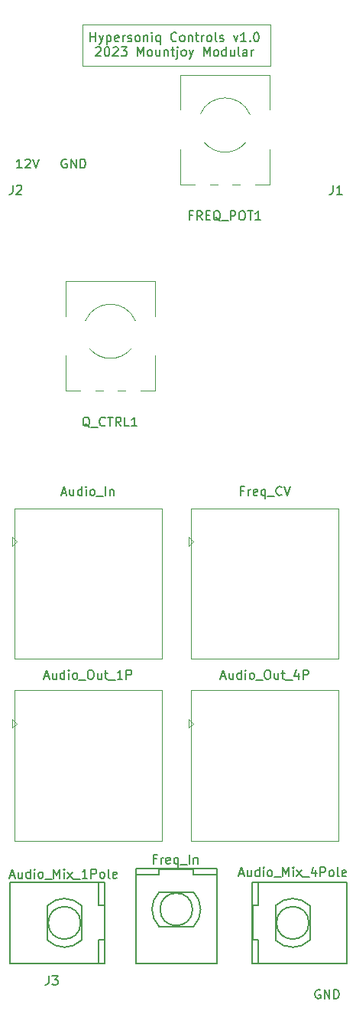
<source format=gbr>
%TF.GenerationSoftware,KiCad,Pcbnew,7.0.6*%
%TF.CreationDate,2023-07-26T19:08:01+01:00*%
%TF.ProjectId,Hypersoniq_Controls,48797065-7273-46f6-9e69-715f436f6e74,rev?*%
%TF.SameCoordinates,Original*%
%TF.FileFunction,Legend,Top*%
%TF.FilePolarity,Positive*%
%FSLAX46Y46*%
G04 Gerber Fmt 4.6, Leading zero omitted, Abs format (unit mm)*
G04 Created by KiCad (PCBNEW 7.0.6) date 2023-07-26 19:08:01*
%MOMM*%
%LPD*%
G01*
G04 APERTURE LIST*
%ADD10C,0.120000*%
%ADD11C,0.200000*%
%ADD12C,0.150000*%
G04 APERTURE END LIST*
D10*
X59800000Y-42200000D02*
X80600000Y-42200000D01*
X80600000Y-46800000D01*
X59800000Y-46800000D01*
X59800000Y-42200000D01*
D11*
X58038095Y-57099838D02*
X57942857Y-57052219D01*
X57942857Y-57052219D02*
X57800000Y-57052219D01*
X57800000Y-57052219D02*
X57657143Y-57099838D01*
X57657143Y-57099838D02*
X57561905Y-57195076D01*
X57561905Y-57195076D02*
X57514286Y-57290314D01*
X57514286Y-57290314D02*
X57466667Y-57480790D01*
X57466667Y-57480790D02*
X57466667Y-57623647D01*
X57466667Y-57623647D02*
X57514286Y-57814123D01*
X57514286Y-57814123D02*
X57561905Y-57909361D01*
X57561905Y-57909361D02*
X57657143Y-58004600D01*
X57657143Y-58004600D02*
X57800000Y-58052219D01*
X57800000Y-58052219D02*
X57895238Y-58052219D01*
X57895238Y-58052219D02*
X58038095Y-58004600D01*
X58038095Y-58004600D02*
X58085714Y-57956980D01*
X58085714Y-57956980D02*
X58085714Y-57623647D01*
X58085714Y-57623647D02*
X57895238Y-57623647D01*
X58514286Y-58052219D02*
X58514286Y-57052219D01*
X58514286Y-57052219D02*
X59085714Y-58052219D01*
X59085714Y-58052219D02*
X59085714Y-57052219D01*
X59561905Y-58052219D02*
X59561905Y-57052219D01*
X59561905Y-57052219D02*
X59800000Y-57052219D01*
X59800000Y-57052219D02*
X59942857Y-57099838D01*
X59942857Y-57099838D02*
X60038095Y-57195076D01*
X60038095Y-57195076D02*
X60085714Y-57290314D01*
X60085714Y-57290314D02*
X60133333Y-57480790D01*
X60133333Y-57480790D02*
X60133333Y-57623647D01*
X60133333Y-57623647D02*
X60085714Y-57814123D01*
X60085714Y-57814123D02*
X60038095Y-57909361D01*
X60038095Y-57909361D02*
X59942857Y-58004600D01*
X59942857Y-58004600D02*
X59800000Y-58052219D01*
X59800000Y-58052219D02*
X59561905Y-58052219D01*
D12*
X56066666Y-147354819D02*
X56066666Y-148069104D01*
X56066666Y-148069104D02*
X56019047Y-148211961D01*
X56019047Y-148211961D02*
X55923809Y-148307200D01*
X55923809Y-148307200D02*
X55780952Y-148354819D01*
X55780952Y-148354819D02*
X55685714Y-148354819D01*
X56447619Y-147354819D02*
X57066666Y-147354819D01*
X57066666Y-147354819D02*
X56733333Y-147735771D01*
X56733333Y-147735771D02*
X56876190Y-147735771D01*
X56876190Y-147735771D02*
X56971428Y-147783390D01*
X56971428Y-147783390D02*
X57019047Y-147831009D01*
X57019047Y-147831009D02*
X57066666Y-147926247D01*
X57066666Y-147926247D02*
X57066666Y-148164342D01*
X57066666Y-148164342D02*
X57019047Y-148259580D01*
X57019047Y-148259580D02*
X56971428Y-148307200D01*
X56971428Y-148307200D02*
X56876190Y-148354819D01*
X56876190Y-148354819D02*
X56590476Y-148354819D01*
X56590476Y-148354819D02*
X56495238Y-148307200D01*
X56495238Y-148307200D02*
X56447619Y-148259580D01*
X60690475Y-44059819D02*
X60690475Y-43059819D01*
X60690475Y-43536009D02*
X61261903Y-43536009D01*
X61261903Y-44059819D02*
X61261903Y-43059819D01*
X61642856Y-43393152D02*
X61880951Y-44059819D01*
X62119046Y-43393152D02*
X61880951Y-44059819D01*
X61880951Y-44059819D02*
X61785713Y-44297914D01*
X61785713Y-44297914D02*
X61738094Y-44345533D01*
X61738094Y-44345533D02*
X61642856Y-44393152D01*
X62499999Y-43393152D02*
X62499999Y-44393152D01*
X62499999Y-43440771D02*
X62595237Y-43393152D01*
X62595237Y-43393152D02*
X62785713Y-43393152D01*
X62785713Y-43393152D02*
X62880951Y-43440771D01*
X62880951Y-43440771D02*
X62928570Y-43488390D01*
X62928570Y-43488390D02*
X62976189Y-43583628D01*
X62976189Y-43583628D02*
X62976189Y-43869342D01*
X62976189Y-43869342D02*
X62928570Y-43964580D01*
X62928570Y-43964580D02*
X62880951Y-44012200D01*
X62880951Y-44012200D02*
X62785713Y-44059819D01*
X62785713Y-44059819D02*
X62595237Y-44059819D01*
X62595237Y-44059819D02*
X62499999Y-44012200D01*
X63785713Y-44012200D02*
X63690475Y-44059819D01*
X63690475Y-44059819D02*
X63499999Y-44059819D01*
X63499999Y-44059819D02*
X63404761Y-44012200D01*
X63404761Y-44012200D02*
X63357142Y-43916961D01*
X63357142Y-43916961D02*
X63357142Y-43536009D01*
X63357142Y-43536009D02*
X63404761Y-43440771D01*
X63404761Y-43440771D02*
X63499999Y-43393152D01*
X63499999Y-43393152D02*
X63690475Y-43393152D01*
X63690475Y-43393152D02*
X63785713Y-43440771D01*
X63785713Y-43440771D02*
X63833332Y-43536009D01*
X63833332Y-43536009D02*
X63833332Y-43631247D01*
X63833332Y-43631247D02*
X63357142Y-43726485D01*
X64261904Y-44059819D02*
X64261904Y-43393152D01*
X64261904Y-43583628D02*
X64309523Y-43488390D01*
X64309523Y-43488390D02*
X64357142Y-43440771D01*
X64357142Y-43440771D02*
X64452380Y-43393152D01*
X64452380Y-43393152D02*
X64547618Y-43393152D01*
X64833333Y-44012200D02*
X64928571Y-44059819D01*
X64928571Y-44059819D02*
X65119047Y-44059819D01*
X65119047Y-44059819D02*
X65214285Y-44012200D01*
X65214285Y-44012200D02*
X65261904Y-43916961D01*
X65261904Y-43916961D02*
X65261904Y-43869342D01*
X65261904Y-43869342D02*
X65214285Y-43774104D01*
X65214285Y-43774104D02*
X65119047Y-43726485D01*
X65119047Y-43726485D02*
X64976190Y-43726485D01*
X64976190Y-43726485D02*
X64880952Y-43678866D01*
X64880952Y-43678866D02*
X64833333Y-43583628D01*
X64833333Y-43583628D02*
X64833333Y-43536009D01*
X64833333Y-43536009D02*
X64880952Y-43440771D01*
X64880952Y-43440771D02*
X64976190Y-43393152D01*
X64976190Y-43393152D02*
X65119047Y-43393152D01*
X65119047Y-43393152D02*
X65214285Y-43440771D01*
X65833333Y-44059819D02*
X65738095Y-44012200D01*
X65738095Y-44012200D02*
X65690476Y-43964580D01*
X65690476Y-43964580D02*
X65642857Y-43869342D01*
X65642857Y-43869342D02*
X65642857Y-43583628D01*
X65642857Y-43583628D02*
X65690476Y-43488390D01*
X65690476Y-43488390D02*
X65738095Y-43440771D01*
X65738095Y-43440771D02*
X65833333Y-43393152D01*
X65833333Y-43393152D02*
X65976190Y-43393152D01*
X65976190Y-43393152D02*
X66071428Y-43440771D01*
X66071428Y-43440771D02*
X66119047Y-43488390D01*
X66119047Y-43488390D02*
X66166666Y-43583628D01*
X66166666Y-43583628D02*
X66166666Y-43869342D01*
X66166666Y-43869342D02*
X66119047Y-43964580D01*
X66119047Y-43964580D02*
X66071428Y-44012200D01*
X66071428Y-44012200D02*
X65976190Y-44059819D01*
X65976190Y-44059819D02*
X65833333Y-44059819D01*
X66595238Y-43393152D02*
X66595238Y-44059819D01*
X66595238Y-43488390D02*
X66642857Y-43440771D01*
X66642857Y-43440771D02*
X66738095Y-43393152D01*
X66738095Y-43393152D02*
X66880952Y-43393152D01*
X66880952Y-43393152D02*
X66976190Y-43440771D01*
X66976190Y-43440771D02*
X67023809Y-43536009D01*
X67023809Y-43536009D02*
X67023809Y-44059819D01*
X67500000Y-44059819D02*
X67500000Y-43393152D01*
X67500000Y-43059819D02*
X67452381Y-43107438D01*
X67452381Y-43107438D02*
X67500000Y-43155057D01*
X67500000Y-43155057D02*
X67547619Y-43107438D01*
X67547619Y-43107438D02*
X67500000Y-43059819D01*
X67500000Y-43059819D02*
X67500000Y-43155057D01*
X68404761Y-43393152D02*
X68404761Y-44393152D01*
X68404761Y-44012200D02*
X68309523Y-44059819D01*
X68309523Y-44059819D02*
X68119047Y-44059819D01*
X68119047Y-44059819D02*
X68023809Y-44012200D01*
X68023809Y-44012200D02*
X67976190Y-43964580D01*
X67976190Y-43964580D02*
X67928571Y-43869342D01*
X67928571Y-43869342D02*
X67928571Y-43583628D01*
X67928571Y-43583628D02*
X67976190Y-43488390D01*
X67976190Y-43488390D02*
X68023809Y-43440771D01*
X68023809Y-43440771D02*
X68119047Y-43393152D01*
X68119047Y-43393152D02*
X68309523Y-43393152D01*
X68309523Y-43393152D02*
X68404761Y-43440771D01*
X70214285Y-43964580D02*
X70166666Y-44012200D01*
X70166666Y-44012200D02*
X70023809Y-44059819D01*
X70023809Y-44059819D02*
X69928571Y-44059819D01*
X69928571Y-44059819D02*
X69785714Y-44012200D01*
X69785714Y-44012200D02*
X69690476Y-43916961D01*
X69690476Y-43916961D02*
X69642857Y-43821723D01*
X69642857Y-43821723D02*
X69595238Y-43631247D01*
X69595238Y-43631247D02*
X69595238Y-43488390D01*
X69595238Y-43488390D02*
X69642857Y-43297914D01*
X69642857Y-43297914D02*
X69690476Y-43202676D01*
X69690476Y-43202676D02*
X69785714Y-43107438D01*
X69785714Y-43107438D02*
X69928571Y-43059819D01*
X69928571Y-43059819D02*
X70023809Y-43059819D01*
X70023809Y-43059819D02*
X70166666Y-43107438D01*
X70166666Y-43107438D02*
X70214285Y-43155057D01*
X70785714Y-44059819D02*
X70690476Y-44012200D01*
X70690476Y-44012200D02*
X70642857Y-43964580D01*
X70642857Y-43964580D02*
X70595238Y-43869342D01*
X70595238Y-43869342D02*
X70595238Y-43583628D01*
X70595238Y-43583628D02*
X70642857Y-43488390D01*
X70642857Y-43488390D02*
X70690476Y-43440771D01*
X70690476Y-43440771D02*
X70785714Y-43393152D01*
X70785714Y-43393152D02*
X70928571Y-43393152D01*
X70928571Y-43393152D02*
X71023809Y-43440771D01*
X71023809Y-43440771D02*
X71071428Y-43488390D01*
X71071428Y-43488390D02*
X71119047Y-43583628D01*
X71119047Y-43583628D02*
X71119047Y-43869342D01*
X71119047Y-43869342D02*
X71071428Y-43964580D01*
X71071428Y-43964580D02*
X71023809Y-44012200D01*
X71023809Y-44012200D02*
X70928571Y-44059819D01*
X70928571Y-44059819D02*
X70785714Y-44059819D01*
X71547619Y-43393152D02*
X71547619Y-44059819D01*
X71547619Y-43488390D02*
X71595238Y-43440771D01*
X71595238Y-43440771D02*
X71690476Y-43393152D01*
X71690476Y-43393152D02*
X71833333Y-43393152D01*
X71833333Y-43393152D02*
X71928571Y-43440771D01*
X71928571Y-43440771D02*
X71976190Y-43536009D01*
X71976190Y-43536009D02*
X71976190Y-44059819D01*
X72309524Y-43393152D02*
X72690476Y-43393152D01*
X72452381Y-43059819D02*
X72452381Y-43916961D01*
X72452381Y-43916961D02*
X72500000Y-44012200D01*
X72500000Y-44012200D02*
X72595238Y-44059819D01*
X72595238Y-44059819D02*
X72690476Y-44059819D01*
X73023810Y-44059819D02*
X73023810Y-43393152D01*
X73023810Y-43583628D02*
X73071429Y-43488390D01*
X73071429Y-43488390D02*
X73119048Y-43440771D01*
X73119048Y-43440771D02*
X73214286Y-43393152D01*
X73214286Y-43393152D02*
X73309524Y-43393152D01*
X73785715Y-44059819D02*
X73690477Y-44012200D01*
X73690477Y-44012200D02*
X73642858Y-43964580D01*
X73642858Y-43964580D02*
X73595239Y-43869342D01*
X73595239Y-43869342D02*
X73595239Y-43583628D01*
X73595239Y-43583628D02*
X73642858Y-43488390D01*
X73642858Y-43488390D02*
X73690477Y-43440771D01*
X73690477Y-43440771D02*
X73785715Y-43393152D01*
X73785715Y-43393152D02*
X73928572Y-43393152D01*
X73928572Y-43393152D02*
X74023810Y-43440771D01*
X74023810Y-43440771D02*
X74071429Y-43488390D01*
X74071429Y-43488390D02*
X74119048Y-43583628D01*
X74119048Y-43583628D02*
X74119048Y-43869342D01*
X74119048Y-43869342D02*
X74071429Y-43964580D01*
X74071429Y-43964580D02*
X74023810Y-44012200D01*
X74023810Y-44012200D02*
X73928572Y-44059819D01*
X73928572Y-44059819D02*
X73785715Y-44059819D01*
X74690477Y-44059819D02*
X74595239Y-44012200D01*
X74595239Y-44012200D02*
X74547620Y-43916961D01*
X74547620Y-43916961D02*
X74547620Y-43059819D01*
X75023811Y-44012200D02*
X75119049Y-44059819D01*
X75119049Y-44059819D02*
X75309525Y-44059819D01*
X75309525Y-44059819D02*
X75404763Y-44012200D01*
X75404763Y-44012200D02*
X75452382Y-43916961D01*
X75452382Y-43916961D02*
X75452382Y-43869342D01*
X75452382Y-43869342D02*
X75404763Y-43774104D01*
X75404763Y-43774104D02*
X75309525Y-43726485D01*
X75309525Y-43726485D02*
X75166668Y-43726485D01*
X75166668Y-43726485D02*
X75071430Y-43678866D01*
X75071430Y-43678866D02*
X75023811Y-43583628D01*
X75023811Y-43583628D02*
X75023811Y-43536009D01*
X75023811Y-43536009D02*
X75071430Y-43440771D01*
X75071430Y-43440771D02*
X75166668Y-43393152D01*
X75166668Y-43393152D02*
X75309525Y-43393152D01*
X75309525Y-43393152D02*
X75404763Y-43440771D01*
X76547621Y-43393152D02*
X76785716Y-44059819D01*
X76785716Y-44059819D02*
X77023811Y-43393152D01*
X77928573Y-44059819D02*
X77357145Y-44059819D01*
X77642859Y-44059819D02*
X77642859Y-43059819D01*
X77642859Y-43059819D02*
X77547621Y-43202676D01*
X77547621Y-43202676D02*
X77452383Y-43297914D01*
X77452383Y-43297914D02*
X77357145Y-43345533D01*
X78357145Y-43964580D02*
X78404764Y-44012200D01*
X78404764Y-44012200D02*
X78357145Y-44059819D01*
X78357145Y-44059819D02*
X78309526Y-44012200D01*
X78309526Y-44012200D02*
X78357145Y-43964580D01*
X78357145Y-43964580D02*
X78357145Y-44059819D01*
X79023811Y-43059819D02*
X79119049Y-43059819D01*
X79119049Y-43059819D02*
X79214287Y-43107438D01*
X79214287Y-43107438D02*
X79261906Y-43155057D01*
X79261906Y-43155057D02*
X79309525Y-43250295D01*
X79309525Y-43250295D02*
X79357144Y-43440771D01*
X79357144Y-43440771D02*
X79357144Y-43678866D01*
X79357144Y-43678866D02*
X79309525Y-43869342D01*
X79309525Y-43869342D02*
X79261906Y-43964580D01*
X79261906Y-43964580D02*
X79214287Y-44012200D01*
X79214287Y-44012200D02*
X79119049Y-44059819D01*
X79119049Y-44059819D02*
X79023811Y-44059819D01*
X79023811Y-44059819D02*
X78928573Y-44012200D01*
X78928573Y-44012200D02*
X78880954Y-43964580D01*
X78880954Y-43964580D02*
X78833335Y-43869342D01*
X78833335Y-43869342D02*
X78785716Y-43678866D01*
X78785716Y-43678866D02*
X78785716Y-43440771D01*
X78785716Y-43440771D02*
X78833335Y-43250295D01*
X78833335Y-43250295D02*
X78880954Y-43155057D01*
X78880954Y-43155057D02*
X78928573Y-43107438D01*
X78928573Y-43107438D02*
X79023811Y-43059819D01*
X61285713Y-44765057D02*
X61333332Y-44717438D01*
X61333332Y-44717438D02*
X61428570Y-44669819D01*
X61428570Y-44669819D02*
X61666665Y-44669819D01*
X61666665Y-44669819D02*
X61761903Y-44717438D01*
X61761903Y-44717438D02*
X61809522Y-44765057D01*
X61809522Y-44765057D02*
X61857141Y-44860295D01*
X61857141Y-44860295D02*
X61857141Y-44955533D01*
X61857141Y-44955533D02*
X61809522Y-45098390D01*
X61809522Y-45098390D02*
X61238094Y-45669819D01*
X61238094Y-45669819D02*
X61857141Y-45669819D01*
X62476189Y-44669819D02*
X62571427Y-44669819D01*
X62571427Y-44669819D02*
X62666665Y-44717438D01*
X62666665Y-44717438D02*
X62714284Y-44765057D01*
X62714284Y-44765057D02*
X62761903Y-44860295D01*
X62761903Y-44860295D02*
X62809522Y-45050771D01*
X62809522Y-45050771D02*
X62809522Y-45288866D01*
X62809522Y-45288866D02*
X62761903Y-45479342D01*
X62761903Y-45479342D02*
X62714284Y-45574580D01*
X62714284Y-45574580D02*
X62666665Y-45622200D01*
X62666665Y-45622200D02*
X62571427Y-45669819D01*
X62571427Y-45669819D02*
X62476189Y-45669819D01*
X62476189Y-45669819D02*
X62380951Y-45622200D01*
X62380951Y-45622200D02*
X62333332Y-45574580D01*
X62333332Y-45574580D02*
X62285713Y-45479342D01*
X62285713Y-45479342D02*
X62238094Y-45288866D01*
X62238094Y-45288866D02*
X62238094Y-45050771D01*
X62238094Y-45050771D02*
X62285713Y-44860295D01*
X62285713Y-44860295D02*
X62333332Y-44765057D01*
X62333332Y-44765057D02*
X62380951Y-44717438D01*
X62380951Y-44717438D02*
X62476189Y-44669819D01*
X63190475Y-44765057D02*
X63238094Y-44717438D01*
X63238094Y-44717438D02*
X63333332Y-44669819D01*
X63333332Y-44669819D02*
X63571427Y-44669819D01*
X63571427Y-44669819D02*
X63666665Y-44717438D01*
X63666665Y-44717438D02*
X63714284Y-44765057D01*
X63714284Y-44765057D02*
X63761903Y-44860295D01*
X63761903Y-44860295D02*
X63761903Y-44955533D01*
X63761903Y-44955533D02*
X63714284Y-45098390D01*
X63714284Y-45098390D02*
X63142856Y-45669819D01*
X63142856Y-45669819D02*
X63761903Y-45669819D01*
X64095237Y-44669819D02*
X64714284Y-44669819D01*
X64714284Y-44669819D02*
X64380951Y-45050771D01*
X64380951Y-45050771D02*
X64523808Y-45050771D01*
X64523808Y-45050771D02*
X64619046Y-45098390D01*
X64619046Y-45098390D02*
X64666665Y-45146009D01*
X64666665Y-45146009D02*
X64714284Y-45241247D01*
X64714284Y-45241247D02*
X64714284Y-45479342D01*
X64714284Y-45479342D02*
X64666665Y-45574580D01*
X64666665Y-45574580D02*
X64619046Y-45622200D01*
X64619046Y-45622200D02*
X64523808Y-45669819D01*
X64523808Y-45669819D02*
X64238094Y-45669819D01*
X64238094Y-45669819D02*
X64142856Y-45622200D01*
X64142856Y-45622200D02*
X64095237Y-45574580D01*
X65904761Y-45669819D02*
X65904761Y-44669819D01*
X65904761Y-44669819D02*
X66238094Y-45384104D01*
X66238094Y-45384104D02*
X66571427Y-44669819D01*
X66571427Y-44669819D02*
X66571427Y-45669819D01*
X67190475Y-45669819D02*
X67095237Y-45622200D01*
X67095237Y-45622200D02*
X67047618Y-45574580D01*
X67047618Y-45574580D02*
X66999999Y-45479342D01*
X66999999Y-45479342D02*
X66999999Y-45193628D01*
X66999999Y-45193628D02*
X67047618Y-45098390D01*
X67047618Y-45098390D02*
X67095237Y-45050771D01*
X67095237Y-45050771D02*
X67190475Y-45003152D01*
X67190475Y-45003152D02*
X67333332Y-45003152D01*
X67333332Y-45003152D02*
X67428570Y-45050771D01*
X67428570Y-45050771D02*
X67476189Y-45098390D01*
X67476189Y-45098390D02*
X67523808Y-45193628D01*
X67523808Y-45193628D02*
X67523808Y-45479342D01*
X67523808Y-45479342D02*
X67476189Y-45574580D01*
X67476189Y-45574580D02*
X67428570Y-45622200D01*
X67428570Y-45622200D02*
X67333332Y-45669819D01*
X67333332Y-45669819D02*
X67190475Y-45669819D01*
X68380951Y-45003152D02*
X68380951Y-45669819D01*
X67952380Y-45003152D02*
X67952380Y-45526961D01*
X67952380Y-45526961D02*
X67999999Y-45622200D01*
X67999999Y-45622200D02*
X68095237Y-45669819D01*
X68095237Y-45669819D02*
X68238094Y-45669819D01*
X68238094Y-45669819D02*
X68333332Y-45622200D01*
X68333332Y-45622200D02*
X68380951Y-45574580D01*
X68857142Y-45003152D02*
X68857142Y-45669819D01*
X68857142Y-45098390D02*
X68904761Y-45050771D01*
X68904761Y-45050771D02*
X68999999Y-45003152D01*
X68999999Y-45003152D02*
X69142856Y-45003152D01*
X69142856Y-45003152D02*
X69238094Y-45050771D01*
X69238094Y-45050771D02*
X69285713Y-45146009D01*
X69285713Y-45146009D02*
X69285713Y-45669819D01*
X69619047Y-45003152D02*
X69999999Y-45003152D01*
X69761904Y-44669819D02*
X69761904Y-45526961D01*
X69761904Y-45526961D02*
X69809523Y-45622200D01*
X69809523Y-45622200D02*
X69904761Y-45669819D01*
X69904761Y-45669819D02*
X69999999Y-45669819D01*
X70333333Y-45003152D02*
X70333333Y-45860295D01*
X70333333Y-45860295D02*
X70285714Y-45955533D01*
X70285714Y-45955533D02*
X70190476Y-46003152D01*
X70190476Y-46003152D02*
X70142857Y-46003152D01*
X70333333Y-44669819D02*
X70285714Y-44717438D01*
X70285714Y-44717438D02*
X70333333Y-44765057D01*
X70333333Y-44765057D02*
X70380952Y-44717438D01*
X70380952Y-44717438D02*
X70333333Y-44669819D01*
X70333333Y-44669819D02*
X70333333Y-44765057D01*
X70952380Y-45669819D02*
X70857142Y-45622200D01*
X70857142Y-45622200D02*
X70809523Y-45574580D01*
X70809523Y-45574580D02*
X70761904Y-45479342D01*
X70761904Y-45479342D02*
X70761904Y-45193628D01*
X70761904Y-45193628D02*
X70809523Y-45098390D01*
X70809523Y-45098390D02*
X70857142Y-45050771D01*
X70857142Y-45050771D02*
X70952380Y-45003152D01*
X70952380Y-45003152D02*
X71095237Y-45003152D01*
X71095237Y-45003152D02*
X71190475Y-45050771D01*
X71190475Y-45050771D02*
X71238094Y-45098390D01*
X71238094Y-45098390D02*
X71285713Y-45193628D01*
X71285713Y-45193628D02*
X71285713Y-45479342D01*
X71285713Y-45479342D02*
X71238094Y-45574580D01*
X71238094Y-45574580D02*
X71190475Y-45622200D01*
X71190475Y-45622200D02*
X71095237Y-45669819D01*
X71095237Y-45669819D02*
X70952380Y-45669819D01*
X71619047Y-45003152D02*
X71857142Y-45669819D01*
X72095237Y-45003152D02*
X71857142Y-45669819D01*
X71857142Y-45669819D02*
X71761904Y-45907914D01*
X71761904Y-45907914D02*
X71714285Y-45955533D01*
X71714285Y-45955533D02*
X71619047Y-46003152D01*
X73238095Y-45669819D02*
X73238095Y-44669819D01*
X73238095Y-44669819D02*
X73571428Y-45384104D01*
X73571428Y-45384104D02*
X73904761Y-44669819D01*
X73904761Y-44669819D02*
X73904761Y-45669819D01*
X74523809Y-45669819D02*
X74428571Y-45622200D01*
X74428571Y-45622200D02*
X74380952Y-45574580D01*
X74380952Y-45574580D02*
X74333333Y-45479342D01*
X74333333Y-45479342D02*
X74333333Y-45193628D01*
X74333333Y-45193628D02*
X74380952Y-45098390D01*
X74380952Y-45098390D02*
X74428571Y-45050771D01*
X74428571Y-45050771D02*
X74523809Y-45003152D01*
X74523809Y-45003152D02*
X74666666Y-45003152D01*
X74666666Y-45003152D02*
X74761904Y-45050771D01*
X74761904Y-45050771D02*
X74809523Y-45098390D01*
X74809523Y-45098390D02*
X74857142Y-45193628D01*
X74857142Y-45193628D02*
X74857142Y-45479342D01*
X74857142Y-45479342D02*
X74809523Y-45574580D01*
X74809523Y-45574580D02*
X74761904Y-45622200D01*
X74761904Y-45622200D02*
X74666666Y-45669819D01*
X74666666Y-45669819D02*
X74523809Y-45669819D01*
X75714285Y-45669819D02*
X75714285Y-44669819D01*
X75714285Y-45622200D02*
X75619047Y-45669819D01*
X75619047Y-45669819D02*
X75428571Y-45669819D01*
X75428571Y-45669819D02*
X75333333Y-45622200D01*
X75333333Y-45622200D02*
X75285714Y-45574580D01*
X75285714Y-45574580D02*
X75238095Y-45479342D01*
X75238095Y-45479342D02*
X75238095Y-45193628D01*
X75238095Y-45193628D02*
X75285714Y-45098390D01*
X75285714Y-45098390D02*
X75333333Y-45050771D01*
X75333333Y-45050771D02*
X75428571Y-45003152D01*
X75428571Y-45003152D02*
X75619047Y-45003152D01*
X75619047Y-45003152D02*
X75714285Y-45050771D01*
X76619047Y-45003152D02*
X76619047Y-45669819D01*
X76190476Y-45003152D02*
X76190476Y-45526961D01*
X76190476Y-45526961D02*
X76238095Y-45622200D01*
X76238095Y-45622200D02*
X76333333Y-45669819D01*
X76333333Y-45669819D02*
X76476190Y-45669819D01*
X76476190Y-45669819D02*
X76571428Y-45622200D01*
X76571428Y-45622200D02*
X76619047Y-45574580D01*
X77238095Y-45669819D02*
X77142857Y-45622200D01*
X77142857Y-45622200D02*
X77095238Y-45526961D01*
X77095238Y-45526961D02*
X77095238Y-44669819D01*
X78047619Y-45669819D02*
X78047619Y-45146009D01*
X78047619Y-45146009D02*
X78000000Y-45050771D01*
X78000000Y-45050771D02*
X77904762Y-45003152D01*
X77904762Y-45003152D02*
X77714286Y-45003152D01*
X77714286Y-45003152D02*
X77619048Y-45050771D01*
X78047619Y-45622200D02*
X77952381Y-45669819D01*
X77952381Y-45669819D02*
X77714286Y-45669819D01*
X77714286Y-45669819D02*
X77619048Y-45622200D01*
X77619048Y-45622200D02*
X77571429Y-45526961D01*
X77571429Y-45526961D02*
X77571429Y-45431723D01*
X77571429Y-45431723D02*
X77619048Y-45336485D01*
X77619048Y-45336485D02*
X77714286Y-45288866D01*
X77714286Y-45288866D02*
X77952381Y-45288866D01*
X77952381Y-45288866D02*
X78047619Y-45241247D01*
X78523810Y-45669819D02*
X78523810Y-45003152D01*
X78523810Y-45193628D02*
X78571429Y-45098390D01*
X78571429Y-45098390D02*
X78619048Y-45050771D01*
X78619048Y-45050771D02*
X78714286Y-45003152D01*
X78714286Y-45003152D02*
X78809524Y-45003152D01*
X52066666Y-59954819D02*
X52066666Y-60669104D01*
X52066666Y-60669104D02*
X52019047Y-60811961D01*
X52019047Y-60811961D02*
X51923809Y-60907200D01*
X51923809Y-60907200D02*
X51780952Y-60954819D01*
X51780952Y-60954819D02*
X51685714Y-60954819D01*
X52495238Y-60050057D02*
X52542857Y-60002438D01*
X52542857Y-60002438D02*
X52638095Y-59954819D01*
X52638095Y-59954819D02*
X52876190Y-59954819D01*
X52876190Y-59954819D02*
X52971428Y-60002438D01*
X52971428Y-60002438D02*
X53019047Y-60050057D01*
X53019047Y-60050057D02*
X53066666Y-60145295D01*
X53066666Y-60145295D02*
X53066666Y-60240533D01*
X53066666Y-60240533D02*
X53019047Y-60383390D01*
X53019047Y-60383390D02*
X52447619Y-60954819D01*
X52447619Y-60954819D02*
X53066666Y-60954819D01*
D11*
X86138095Y-148929838D02*
X86042857Y-148882219D01*
X86042857Y-148882219D02*
X85900000Y-148882219D01*
X85900000Y-148882219D02*
X85757143Y-148929838D01*
X85757143Y-148929838D02*
X85661905Y-149025076D01*
X85661905Y-149025076D02*
X85614286Y-149120314D01*
X85614286Y-149120314D02*
X85566667Y-149310790D01*
X85566667Y-149310790D02*
X85566667Y-149453647D01*
X85566667Y-149453647D02*
X85614286Y-149644123D01*
X85614286Y-149644123D02*
X85661905Y-149739361D01*
X85661905Y-149739361D02*
X85757143Y-149834600D01*
X85757143Y-149834600D02*
X85900000Y-149882219D01*
X85900000Y-149882219D02*
X85995238Y-149882219D01*
X85995238Y-149882219D02*
X86138095Y-149834600D01*
X86138095Y-149834600D02*
X86185714Y-149786980D01*
X86185714Y-149786980D02*
X86185714Y-149453647D01*
X86185714Y-149453647D02*
X85995238Y-149453647D01*
X86614286Y-149882219D02*
X86614286Y-148882219D01*
X86614286Y-148882219D02*
X87185714Y-149882219D01*
X87185714Y-149882219D02*
X87185714Y-148882219D01*
X87661905Y-149882219D02*
X87661905Y-148882219D01*
X87661905Y-148882219D02*
X87900000Y-148882219D01*
X87900000Y-148882219D02*
X88042857Y-148929838D01*
X88042857Y-148929838D02*
X88138095Y-149025076D01*
X88138095Y-149025076D02*
X88185714Y-149120314D01*
X88185714Y-149120314D02*
X88233333Y-149310790D01*
X88233333Y-149310790D02*
X88233333Y-149453647D01*
X88233333Y-149453647D02*
X88185714Y-149644123D01*
X88185714Y-149644123D02*
X88138095Y-149739361D01*
X88138095Y-149739361D02*
X88042857Y-149834600D01*
X88042857Y-149834600D02*
X87900000Y-149882219D01*
X87900000Y-149882219D02*
X87661905Y-149882219D01*
X53080952Y-58052219D02*
X52509524Y-58052219D01*
X52795238Y-58052219D02*
X52795238Y-57052219D01*
X52795238Y-57052219D02*
X52700000Y-57195076D01*
X52700000Y-57195076D02*
X52604762Y-57290314D01*
X52604762Y-57290314D02*
X52509524Y-57337933D01*
X53461905Y-57147457D02*
X53509524Y-57099838D01*
X53509524Y-57099838D02*
X53604762Y-57052219D01*
X53604762Y-57052219D02*
X53842857Y-57052219D01*
X53842857Y-57052219D02*
X53938095Y-57099838D01*
X53938095Y-57099838D02*
X53985714Y-57147457D01*
X53985714Y-57147457D02*
X54033333Y-57242695D01*
X54033333Y-57242695D02*
X54033333Y-57337933D01*
X54033333Y-57337933D02*
X53985714Y-57480790D01*
X53985714Y-57480790D02*
X53414286Y-58052219D01*
X53414286Y-58052219D02*
X54033333Y-58052219D01*
X54319048Y-57052219D02*
X54652381Y-58052219D01*
X54652381Y-58052219D02*
X54985714Y-57052219D01*
D12*
X87566666Y-59954819D02*
X87566666Y-60669104D01*
X87566666Y-60669104D02*
X87519047Y-60811961D01*
X87519047Y-60811961D02*
X87423809Y-60907200D01*
X87423809Y-60907200D02*
X87280952Y-60954819D01*
X87280952Y-60954819D02*
X87185714Y-60954819D01*
X88566666Y-60954819D02*
X87995238Y-60954819D01*
X88280952Y-60954819D02*
X88280952Y-59954819D01*
X88280952Y-59954819D02*
X88185714Y-60097676D01*
X88185714Y-60097676D02*
X88090476Y-60192914D01*
X88090476Y-60192914D02*
X87995238Y-60240533D01*
X67980952Y-134431009D02*
X67647619Y-134431009D01*
X67647619Y-134954819D02*
X67647619Y-133954819D01*
X67647619Y-133954819D02*
X68123809Y-133954819D01*
X68504762Y-134954819D02*
X68504762Y-134288152D01*
X68504762Y-134478628D02*
X68552381Y-134383390D01*
X68552381Y-134383390D02*
X68600000Y-134335771D01*
X68600000Y-134335771D02*
X68695238Y-134288152D01*
X68695238Y-134288152D02*
X68790476Y-134288152D01*
X69504762Y-134907200D02*
X69409524Y-134954819D01*
X69409524Y-134954819D02*
X69219048Y-134954819D01*
X69219048Y-134954819D02*
X69123810Y-134907200D01*
X69123810Y-134907200D02*
X69076191Y-134811961D01*
X69076191Y-134811961D02*
X69076191Y-134431009D01*
X69076191Y-134431009D02*
X69123810Y-134335771D01*
X69123810Y-134335771D02*
X69219048Y-134288152D01*
X69219048Y-134288152D02*
X69409524Y-134288152D01*
X69409524Y-134288152D02*
X69504762Y-134335771D01*
X69504762Y-134335771D02*
X69552381Y-134431009D01*
X69552381Y-134431009D02*
X69552381Y-134526247D01*
X69552381Y-134526247D02*
X69076191Y-134621485D01*
X70409524Y-134288152D02*
X70409524Y-135288152D01*
X70409524Y-134907200D02*
X70314286Y-134954819D01*
X70314286Y-134954819D02*
X70123810Y-134954819D01*
X70123810Y-134954819D02*
X70028572Y-134907200D01*
X70028572Y-134907200D02*
X69980953Y-134859580D01*
X69980953Y-134859580D02*
X69933334Y-134764342D01*
X69933334Y-134764342D02*
X69933334Y-134478628D01*
X69933334Y-134478628D02*
X69980953Y-134383390D01*
X69980953Y-134383390D02*
X70028572Y-134335771D01*
X70028572Y-134335771D02*
X70123810Y-134288152D01*
X70123810Y-134288152D02*
X70314286Y-134288152D01*
X70314286Y-134288152D02*
X70409524Y-134335771D01*
X70647620Y-135050057D02*
X71409524Y-135050057D01*
X71647620Y-134954819D02*
X71647620Y-133954819D01*
X72123810Y-134288152D02*
X72123810Y-134954819D01*
X72123810Y-134383390D02*
X72171429Y-134335771D01*
X72171429Y-134335771D02*
X72266667Y-134288152D01*
X72266667Y-134288152D02*
X72409524Y-134288152D01*
X72409524Y-134288152D02*
X72504762Y-134335771D01*
X72504762Y-134335771D02*
X72552381Y-134431009D01*
X72552381Y-134431009D02*
X72552381Y-134954819D01*
X60598094Y-86690057D02*
X60502856Y-86642438D01*
X60502856Y-86642438D02*
X60407618Y-86547200D01*
X60407618Y-86547200D02*
X60264761Y-86404342D01*
X60264761Y-86404342D02*
X60169523Y-86356723D01*
X60169523Y-86356723D02*
X60074285Y-86356723D01*
X60121904Y-86594819D02*
X60026666Y-86547200D01*
X60026666Y-86547200D02*
X59931428Y-86451961D01*
X59931428Y-86451961D02*
X59883809Y-86261485D01*
X59883809Y-86261485D02*
X59883809Y-85928152D01*
X59883809Y-85928152D02*
X59931428Y-85737676D01*
X59931428Y-85737676D02*
X60026666Y-85642438D01*
X60026666Y-85642438D02*
X60121904Y-85594819D01*
X60121904Y-85594819D02*
X60312380Y-85594819D01*
X60312380Y-85594819D02*
X60407618Y-85642438D01*
X60407618Y-85642438D02*
X60502856Y-85737676D01*
X60502856Y-85737676D02*
X60550475Y-85928152D01*
X60550475Y-85928152D02*
X60550475Y-86261485D01*
X60550475Y-86261485D02*
X60502856Y-86451961D01*
X60502856Y-86451961D02*
X60407618Y-86547200D01*
X60407618Y-86547200D02*
X60312380Y-86594819D01*
X60312380Y-86594819D02*
X60121904Y-86594819D01*
X60740952Y-86690057D02*
X61502856Y-86690057D01*
X62312380Y-86499580D02*
X62264761Y-86547200D01*
X62264761Y-86547200D02*
X62121904Y-86594819D01*
X62121904Y-86594819D02*
X62026666Y-86594819D01*
X62026666Y-86594819D02*
X61883809Y-86547200D01*
X61883809Y-86547200D02*
X61788571Y-86451961D01*
X61788571Y-86451961D02*
X61740952Y-86356723D01*
X61740952Y-86356723D02*
X61693333Y-86166247D01*
X61693333Y-86166247D02*
X61693333Y-86023390D01*
X61693333Y-86023390D02*
X61740952Y-85832914D01*
X61740952Y-85832914D02*
X61788571Y-85737676D01*
X61788571Y-85737676D02*
X61883809Y-85642438D01*
X61883809Y-85642438D02*
X62026666Y-85594819D01*
X62026666Y-85594819D02*
X62121904Y-85594819D01*
X62121904Y-85594819D02*
X62264761Y-85642438D01*
X62264761Y-85642438D02*
X62312380Y-85690057D01*
X62598095Y-85594819D02*
X63169523Y-85594819D01*
X62883809Y-86594819D02*
X62883809Y-85594819D01*
X64074285Y-86594819D02*
X63740952Y-86118628D01*
X63502857Y-86594819D02*
X63502857Y-85594819D01*
X63502857Y-85594819D02*
X63883809Y-85594819D01*
X63883809Y-85594819D02*
X63979047Y-85642438D01*
X63979047Y-85642438D02*
X64026666Y-85690057D01*
X64026666Y-85690057D02*
X64074285Y-85785295D01*
X64074285Y-85785295D02*
X64074285Y-85928152D01*
X64074285Y-85928152D02*
X64026666Y-86023390D01*
X64026666Y-86023390D02*
X63979047Y-86071009D01*
X63979047Y-86071009D02*
X63883809Y-86118628D01*
X63883809Y-86118628D02*
X63502857Y-86118628D01*
X64979047Y-86594819D02*
X64502857Y-86594819D01*
X64502857Y-86594819D02*
X64502857Y-85594819D01*
X65836190Y-86594819D02*
X65264762Y-86594819D01*
X65550476Y-86594819D02*
X65550476Y-85594819D01*
X65550476Y-85594819D02*
X65455238Y-85737676D01*
X65455238Y-85737676D02*
X65360000Y-85832914D01*
X65360000Y-85832914D02*
X65264762Y-85880533D01*
X77171428Y-136069104D02*
X77647618Y-136069104D01*
X77076190Y-136354819D02*
X77409523Y-135354819D01*
X77409523Y-135354819D02*
X77742856Y-136354819D01*
X78504761Y-135688152D02*
X78504761Y-136354819D01*
X78076190Y-135688152D02*
X78076190Y-136211961D01*
X78076190Y-136211961D02*
X78123809Y-136307200D01*
X78123809Y-136307200D02*
X78219047Y-136354819D01*
X78219047Y-136354819D02*
X78361904Y-136354819D01*
X78361904Y-136354819D02*
X78457142Y-136307200D01*
X78457142Y-136307200D02*
X78504761Y-136259580D01*
X79409523Y-136354819D02*
X79409523Y-135354819D01*
X79409523Y-136307200D02*
X79314285Y-136354819D01*
X79314285Y-136354819D02*
X79123809Y-136354819D01*
X79123809Y-136354819D02*
X79028571Y-136307200D01*
X79028571Y-136307200D02*
X78980952Y-136259580D01*
X78980952Y-136259580D02*
X78933333Y-136164342D01*
X78933333Y-136164342D02*
X78933333Y-135878628D01*
X78933333Y-135878628D02*
X78980952Y-135783390D01*
X78980952Y-135783390D02*
X79028571Y-135735771D01*
X79028571Y-135735771D02*
X79123809Y-135688152D01*
X79123809Y-135688152D02*
X79314285Y-135688152D01*
X79314285Y-135688152D02*
X79409523Y-135735771D01*
X79885714Y-136354819D02*
X79885714Y-135688152D01*
X79885714Y-135354819D02*
X79838095Y-135402438D01*
X79838095Y-135402438D02*
X79885714Y-135450057D01*
X79885714Y-135450057D02*
X79933333Y-135402438D01*
X79933333Y-135402438D02*
X79885714Y-135354819D01*
X79885714Y-135354819D02*
X79885714Y-135450057D01*
X80504761Y-136354819D02*
X80409523Y-136307200D01*
X80409523Y-136307200D02*
X80361904Y-136259580D01*
X80361904Y-136259580D02*
X80314285Y-136164342D01*
X80314285Y-136164342D02*
X80314285Y-135878628D01*
X80314285Y-135878628D02*
X80361904Y-135783390D01*
X80361904Y-135783390D02*
X80409523Y-135735771D01*
X80409523Y-135735771D02*
X80504761Y-135688152D01*
X80504761Y-135688152D02*
X80647618Y-135688152D01*
X80647618Y-135688152D02*
X80742856Y-135735771D01*
X80742856Y-135735771D02*
X80790475Y-135783390D01*
X80790475Y-135783390D02*
X80838094Y-135878628D01*
X80838094Y-135878628D02*
X80838094Y-136164342D01*
X80838094Y-136164342D02*
X80790475Y-136259580D01*
X80790475Y-136259580D02*
X80742856Y-136307200D01*
X80742856Y-136307200D02*
X80647618Y-136354819D01*
X80647618Y-136354819D02*
X80504761Y-136354819D01*
X81028571Y-136450057D02*
X81790475Y-136450057D01*
X82028571Y-136354819D02*
X82028571Y-135354819D01*
X82028571Y-135354819D02*
X82361904Y-136069104D01*
X82361904Y-136069104D02*
X82695237Y-135354819D01*
X82695237Y-135354819D02*
X82695237Y-136354819D01*
X83171428Y-136354819D02*
X83171428Y-135688152D01*
X83171428Y-135354819D02*
X83123809Y-135402438D01*
X83123809Y-135402438D02*
X83171428Y-135450057D01*
X83171428Y-135450057D02*
X83219047Y-135402438D01*
X83219047Y-135402438D02*
X83171428Y-135354819D01*
X83171428Y-135354819D02*
X83171428Y-135450057D01*
X83552380Y-136354819D02*
X84076189Y-135688152D01*
X83552380Y-135688152D02*
X84076189Y-136354819D01*
X84219047Y-136450057D02*
X84980951Y-136450057D01*
X85647618Y-135688152D02*
X85647618Y-136354819D01*
X85409523Y-135307200D02*
X85171428Y-136021485D01*
X85171428Y-136021485D02*
X85790475Y-136021485D01*
X86171428Y-136354819D02*
X86171428Y-135354819D01*
X86171428Y-135354819D02*
X86552380Y-135354819D01*
X86552380Y-135354819D02*
X86647618Y-135402438D01*
X86647618Y-135402438D02*
X86695237Y-135450057D01*
X86695237Y-135450057D02*
X86742856Y-135545295D01*
X86742856Y-135545295D02*
X86742856Y-135688152D01*
X86742856Y-135688152D02*
X86695237Y-135783390D01*
X86695237Y-135783390D02*
X86647618Y-135831009D01*
X86647618Y-135831009D02*
X86552380Y-135878628D01*
X86552380Y-135878628D02*
X86171428Y-135878628D01*
X87314285Y-136354819D02*
X87219047Y-136307200D01*
X87219047Y-136307200D02*
X87171428Y-136259580D01*
X87171428Y-136259580D02*
X87123809Y-136164342D01*
X87123809Y-136164342D02*
X87123809Y-135878628D01*
X87123809Y-135878628D02*
X87171428Y-135783390D01*
X87171428Y-135783390D02*
X87219047Y-135735771D01*
X87219047Y-135735771D02*
X87314285Y-135688152D01*
X87314285Y-135688152D02*
X87457142Y-135688152D01*
X87457142Y-135688152D02*
X87552380Y-135735771D01*
X87552380Y-135735771D02*
X87599999Y-135783390D01*
X87599999Y-135783390D02*
X87647618Y-135878628D01*
X87647618Y-135878628D02*
X87647618Y-136164342D01*
X87647618Y-136164342D02*
X87599999Y-136259580D01*
X87599999Y-136259580D02*
X87552380Y-136307200D01*
X87552380Y-136307200D02*
X87457142Y-136354819D01*
X87457142Y-136354819D02*
X87314285Y-136354819D01*
X88219047Y-136354819D02*
X88123809Y-136307200D01*
X88123809Y-136307200D02*
X88076190Y-136211961D01*
X88076190Y-136211961D02*
X88076190Y-135354819D01*
X88980952Y-136307200D02*
X88885714Y-136354819D01*
X88885714Y-136354819D02*
X88695238Y-136354819D01*
X88695238Y-136354819D02*
X88600000Y-136307200D01*
X88600000Y-136307200D02*
X88552381Y-136211961D01*
X88552381Y-136211961D02*
X88552381Y-135831009D01*
X88552381Y-135831009D02*
X88600000Y-135735771D01*
X88600000Y-135735771D02*
X88695238Y-135688152D01*
X88695238Y-135688152D02*
X88885714Y-135688152D01*
X88885714Y-135688152D02*
X88980952Y-135735771D01*
X88980952Y-135735771D02*
X89028571Y-135831009D01*
X89028571Y-135831009D02*
X89028571Y-135926247D01*
X89028571Y-135926247D02*
X88552381Y-136021485D01*
X51771428Y-136269104D02*
X52247618Y-136269104D01*
X51676190Y-136554819D02*
X52009523Y-135554819D01*
X52009523Y-135554819D02*
X52342856Y-136554819D01*
X53104761Y-135888152D02*
X53104761Y-136554819D01*
X52676190Y-135888152D02*
X52676190Y-136411961D01*
X52676190Y-136411961D02*
X52723809Y-136507200D01*
X52723809Y-136507200D02*
X52819047Y-136554819D01*
X52819047Y-136554819D02*
X52961904Y-136554819D01*
X52961904Y-136554819D02*
X53057142Y-136507200D01*
X53057142Y-136507200D02*
X53104761Y-136459580D01*
X54009523Y-136554819D02*
X54009523Y-135554819D01*
X54009523Y-136507200D02*
X53914285Y-136554819D01*
X53914285Y-136554819D02*
X53723809Y-136554819D01*
X53723809Y-136554819D02*
X53628571Y-136507200D01*
X53628571Y-136507200D02*
X53580952Y-136459580D01*
X53580952Y-136459580D02*
X53533333Y-136364342D01*
X53533333Y-136364342D02*
X53533333Y-136078628D01*
X53533333Y-136078628D02*
X53580952Y-135983390D01*
X53580952Y-135983390D02*
X53628571Y-135935771D01*
X53628571Y-135935771D02*
X53723809Y-135888152D01*
X53723809Y-135888152D02*
X53914285Y-135888152D01*
X53914285Y-135888152D02*
X54009523Y-135935771D01*
X54485714Y-136554819D02*
X54485714Y-135888152D01*
X54485714Y-135554819D02*
X54438095Y-135602438D01*
X54438095Y-135602438D02*
X54485714Y-135650057D01*
X54485714Y-135650057D02*
X54533333Y-135602438D01*
X54533333Y-135602438D02*
X54485714Y-135554819D01*
X54485714Y-135554819D02*
X54485714Y-135650057D01*
X55104761Y-136554819D02*
X55009523Y-136507200D01*
X55009523Y-136507200D02*
X54961904Y-136459580D01*
X54961904Y-136459580D02*
X54914285Y-136364342D01*
X54914285Y-136364342D02*
X54914285Y-136078628D01*
X54914285Y-136078628D02*
X54961904Y-135983390D01*
X54961904Y-135983390D02*
X55009523Y-135935771D01*
X55009523Y-135935771D02*
X55104761Y-135888152D01*
X55104761Y-135888152D02*
X55247618Y-135888152D01*
X55247618Y-135888152D02*
X55342856Y-135935771D01*
X55342856Y-135935771D02*
X55390475Y-135983390D01*
X55390475Y-135983390D02*
X55438094Y-136078628D01*
X55438094Y-136078628D02*
X55438094Y-136364342D01*
X55438094Y-136364342D02*
X55390475Y-136459580D01*
X55390475Y-136459580D02*
X55342856Y-136507200D01*
X55342856Y-136507200D02*
X55247618Y-136554819D01*
X55247618Y-136554819D02*
X55104761Y-136554819D01*
X55628571Y-136650057D02*
X56390475Y-136650057D01*
X56628571Y-136554819D02*
X56628571Y-135554819D01*
X56628571Y-135554819D02*
X56961904Y-136269104D01*
X56961904Y-136269104D02*
X57295237Y-135554819D01*
X57295237Y-135554819D02*
X57295237Y-136554819D01*
X57771428Y-136554819D02*
X57771428Y-135888152D01*
X57771428Y-135554819D02*
X57723809Y-135602438D01*
X57723809Y-135602438D02*
X57771428Y-135650057D01*
X57771428Y-135650057D02*
X57819047Y-135602438D01*
X57819047Y-135602438D02*
X57771428Y-135554819D01*
X57771428Y-135554819D02*
X57771428Y-135650057D01*
X58152380Y-136554819D02*
X58676189Y-135888152D01*
X58152380Y-135888152D02*
X58676189Y-136554819D01*
X58819047Y-136650057D02*
X59580951Y-136650057D01*
X60342856Y-136554819D02*
X59771428Y-136554819D01*
X60057142Y-136554819D02*
X60057142Y-135554819D01*
X60057142Y-135554819D02*
X59961904Y-135697676D01*
X59961904Y-135697676D02*
X59866666Y-135792914D01*
X59866666Y-135792914D02*
X59771428Y-135840533D01*
X60771428Y-136554819D02*
X60771428Y-135554819D01*
X60771428Y-135554819D02*
X61152380Y-135554819D01*
X61152380Y-135554819D02*
X61247618Y-135602438D01*
X61247618Y-135602438D02*
X61295237Y-135650057D01*
X61295237Y-135650057D02*
X61342856Y-135745295D01*
X61342856Y-135745295D02*
X61342856Y-135888152D01*
X61342856Y-135888152D02*
X61295237Y-135983390D01*
X61295237Y-135983390D02*
X61247618Y-136031009D01*
X61247618Y-136031009D02*
X61152380Y-136078628D01*
X61152380Y-136078628D02*
X60771428Y-136078628D01*
X61914285Y-136554819D02*
X61819047Y-136507200D01*
X61819047Y-136507200D02*
X61771428Y-136459580D01*
X61771428Y-136459580D02*
X61723809Y-136364342D01*
X61723809Y-136364342D02*
X61723809Y-136078628D01*
X61723809Y-136078628D02*
X61771428Y-135983390D01*
X61771428Y-135983390D02*
X61819047Y-135935771D01*
X61819047Y-135935771D02*
X61914285Y-135888152D01*
X61914285Y-135888152D02*
X62057142Y-135888152D01*
X62057142Y-135888152D02*
X62152380Y-135935771D01*
X62152380Y-135935771D02*
X62199999Y-135983390D01*
X62199999Y-135983390D02*
X62247618Y-136078628D01*
X62247618Y-136078628D02*
X62247618Y-136364342D01*
X62247618Y-136364342D02*
X62199999Y-136459580D01*
X62199999Y-136459580D02*
X62152380Y-136507200D01*
X62152380Y-136507200D02*
X62057142Y-136554819D01*
X62057142Y-136554819D02*
X61914285Y-136554819D01*
X62819047Y-136554819D02*
X62723809Y-136507200D01*
X62723809Y-136507200D02*
X62676190Y-136411961D01*
X62676190Y-136411961D02*
X62676190Y-135554819D01*
X63580952Y-136507200D02*
X63485714Y-136554819D01*
X63485714Y-136554819D02*
X63295238Y-136554819D01*
X63295238Y-136554819D02*
X63200000Y-136507200D01*
X63200000Y-136507200D02*
X63152381Y-136411961D01*
X63152381Y-136411961D02*
X63152381Y-136031009D01*
X63152381Y-136031009D02*
X63200000Y-135935771D01*
X63200000Y-135935771D02*
X63295238Y-135888152D01*
X63295238Y-135888152D02*
X63485714Y-135888152D01*
X63485714Y-135888152D02*
X63580952Y-135935771D01*
X63580952Y-135935771D02*
X63628571Y-136031009D01*
X63628571Y-136031009D02*
X63628571Y-136126247D01*
X63628571Y-136126247D02*
X63152381Y-136221485D01*
X57495238Y-93969104D02*
X57971428Y-93969104D01*
X57400000Y-94254819D02*
X57733333Y-93254819D01*
X57733333Y-93254819D02*
X58066666Y-94254819D01*
X58828571Y-93588152D02*
X58828571Y-94254819D01*
X58400000Y-93588152D02*
X58400000Y-94111961D01*
X58400000Y-94111961D02*
X58447619Y-94207200D01*
X58447619Y-94207200D02*
X58542857Y-94254819D01*
X58542857Y-94254819D02*
X58685714Y-94254819D01*
X58685714Y-94254819D02*
X58780952Y-94207200D01*
X58780952Y-94207200D02*
X58828571Y-94159580D01*
X59733333Y-94254819D02*
X59733333Y-93254819D01*
X59733333Y-94207200D02*
X59638095Y-94254819D01*
X59638095Y-94254819D02*
X59447619Y-94254819D01*
X59447619Y-94254819D02*
X59352381Y-94207200D01*
X59352381Y-94207200D02*
X59304762Y-94159580D01*
X59304762Y-94159580D02*
X59257143Y-94064342D01*
X59257143Y-94064342D02*
X59257143Y-93778628D01*
X59257143Y-93778628D02*
X59304762Y-93683390D01*
X59304762Y-93683390D02*
X59352381Y-93635771D01*
X59352381Y-93635771D02*
X59447619Y-93588152D01*
X59447619Y-93588152D02*
X59638095Y-93588152D01*
X59638095Y-93588152D02*
X59733333Y-93635771D01*
X60209524Y-94254819D02*
X60209524Y-93588152D01*
X60209524Y-93254819D02*
X60161905Y-93302438D01*
X60161905Y-93302438D02*
X60209524Y-93350057D01*
X60209524Y-93350057D02*
X60257143Y-93302438D01*
X60257143Y-93302438D02*
X60209524Y-93254819D01*
X60209524Y-93254819D02*
X60209524Y-93350057D01*
X60828571Y-94254819D02*
X60733333Y-94207200D01*
X60733333Y-94207200D02*
X60685714Y-94159580D01*
X60685714Y-94159580D02*
X60638095Y-94064342D01*
X60638095Y-94064342D02*
X60638095Y-93778628D01*
X60638095Y-93778628D02*
X60685714Y-93683390D01*
X60685714Y-93683390D02*
X60733333Y-93635771D01*
X60733333Y-93635771D02*
X60828571Y-93588152D01*
X60828571Y-93588152D02*
X60971428Y-93588152D01*
X60971428Y-93588152D02*
X61066666Y-93635771D01*
X61066666Y-93635771D02*
X61114285Y-93683390D01*
X61114285Y-93683390D02*
X61161904Y-93778628D01*
X61161904Y-93778628D02*
X61161904Y-94064342D01*
X61161904Y-94064342D02*
X61114285Y-94159580D01*
X61114285Y-94159580D02*
X61066666Y-94207200D01*
X61066666Y-94207200D02*
X60971428Y-94254819D01*
X60971428Y-94254819D02*
X60828571Y-94254819D01*
X61352381Y-94350057D02*
X62114285Y-94350057D01*
X62352381Y-94254819D02*
X62352381Y-93254819D01*
X62828571Y-93588152D02*
X62828571Y-94254819D01*
X62828571Y-93683390D02*
X62876190Y-93635771D01*
X62876190Y-93635771D02*
X62971428Y-93588152D01*
X62971428Y-93588152D02*
X63114285Y-93588152D01*
X63114285Y-93588152D02*
X63209523Y-93635771D01*
X63209523Y-93635771D02*
X63257142Y-93731009D01*
X63257142Y-93731009D02*
X63257142Y-94254819D01*
X55566666Y-114269104D02*
X56042856Y-114269104D01*
X55471428Y-114554819D02*
X55804761Y-113554819D01*
X55804761Y-113554819D02*
X56138094Y-114554819D01*
X56899999Y-113888152D02*
X56899999Y-114554819D01*
X56471428Y-113888152D02*
X56471428Y-114411961D01*
X56471428Y-114411961D02*
X56519047Y-114507200D01*
X56519047Y-114507200D02*
X56614285Y-114554819D01*
X56614285Y-114554819D02*
X56757142Y-114554819D01*
X56757142Y-114554819D02*
X56852380Y-114507200D01*
X56852380Y-114507200D02*
X56899999Y-114459580D01*
X57804761Y-114554819D02*
X57804761Y-113554819D01*
X57804761Y-114507200D02*
X57709523Y-114554819D01*
X57709523Y-114554819D02*
X57519047Y-114554819D01*
X57519047Y-114554819D02*
X57423809Y-114507200D01*
X57423809Y-114507200D02*
X57376190Y-114459580D01*
X57376190Y-114459580D02*
X57328571Y-114364342D01*
X57328571Y-114364342D02*
X57328571Y-114078628D01*
X57328571Y-114078628D02*
X57376190Y-113983390D01*
X57376190Y-113983390D02*
X57423809Y-113935771D01*
X57423809Y-113935771D02*
X57519047Y-113888152D01*
X57519047Y-113888152D02*
X57709523Y-113888152D01*
X57709523Y-113888152D02*
X57804761Y-113935771D01*
X58280952Y-114554819D02*
X58280952Y-113888152D01*
X58280952Y-113554819D02*
X58233333Y-113602438D01*
X58233333Y-113602438D02*
X58280952Y-113650057D01*
X58280952Y-113650057D02*
X58328571Y-113602438D01*
X58328571Y-113602438D02*
X58280952Y-113554819D01*
X58280952Y-113554819D02*
X58280952Y-113650057D01*
X58899999Y-114554819D02*
X58804761Y-114507200D01*
X58804761Y-114507200D02*
X58757142Y-114459580D01*
X58757142Y-114459580D02*
X58709523Y-114364342D01*
X58709523Y-114364342D02*
X58709523Y-114078628D01*
X58709523Y-114078628D02*
X58757142Y-113983390D01*
X58757142Y-113983390D02*
X58804761Y-113935771D01*
X58804761Y-113935771D02*
X58899999Y-113888152D01*
X58899999Y-113888152D02*
X59042856Y-113888152D01*
X59042856Y-113888152D02*
X59138094Y-113935771D01*
X59138094Y-113935771D02*
X59185713Y-113983390D01*
X59185713Y-113983390D02*
X59233332Y-114078628D01*
X59233332Y-114078628D02*
X59233332Y-114364342D01*
X59233332Y-114364342D02*
X59185713Y-114459580D01*
X59185713Y-114459580D02*
X59138094Y-114507200D01*
X59138094Y-114507200D02*
X59042856Y-114554819D01*
X59042856Y-114554819D02*
X58899999Y-114554819D01*
X59423809Y-114650057D02*
X60185713Y-114650057D01*
X60614285Y-113554819D02*
X60804761Y-113554819D01*
X60804761Y-113554819D02*
X60899999Y-113602438D01*
X60899999Y-113602438D02*
X60995237Y-113697676D01*
X60995237Y-113697676D02*
X61042856Y-113888152D01*
X61042856Y-113888152D02*
X61042856Y-114221485D01*
X61042856Y-114221485D02*
X60995237Y-114411961D01*
X60995237Y-114411961D02*
X60899999Y-114507200D01*
X60899999Y-114507200D02*
X60804761Y-114554819D01*
X60804761Y-114554819D02*
X60614285Y-114554819D01*
X60614285Y-114554819D02*
X60519047Y-114507200D01*
X60519047Y-114507200D02*
X60423809Y-114411961D01*
X60423809Y-114411961D02*
X60376190Y-114221485D01*
X60376190Y-114221485D02*
X60376190Y-113888152D01*
X60376190Y-113888152D02*
X60423809Y-113697676D01*
X60423809Y-113697676D02*
X60519047Y-113602438D01*
X60519047Y-113602438D02*
X60614285Y-113554819D01*
X61899999Y-113888152D02*
X61899999Y-114554819D01*
X61471428Y-113888152D02*
X61471428Y-114411961D01*
X61471428Y-114411961D02*
X61519047Y-114507200D01*
X61519047Y-114507200D02*
X61614285Y-114554819D01*
X61614285Y-114554819D02*
X61757142Y-114554819D01*
X61757142Y-114554819D02*
X61852380Y-114507200D01*
X61852380Y-114507200D02*
X61899999Y-114459580D01*
X62233333Y-113888152D02*
X62614285Y-113888152D01*
X62376190Y-113554819D02*
X62376190Y-114411961D01*
X62376190Y-114411961D02*
X62423809Y-114507200D01*
X62423809Y-114507200D02*
X62519047Y-114554819D01*
X62519047Y-114554819D02*
X62614285Y-114554819D01*
X62709524Y-114650057D02*
X63471428Y-114650057D01*
X64233333Y-114554819D02*
X63661905Y-114554819D01*
X63947619Y-114554819D02*
X63947619Y-113554819D01*
X63947619Y-113554819D02*
X63852381Y-113697676D01*
X63852381Y-113697676D02*
X63757143Y-113792914D01*
X63757143Y-113792914D02*
X63661905Y-113840533D01*
X64661905Y-114554819D02*
X64661905Y-113554819D01*
X64661905Y-113554819D02*
X65042857Y-113554819D01*
X65042857Y-113554819D02*
X65138095Y-113602438D01*
X65138095Y-113602438D02*
X65185714Y-113650057D01*
X65185714Y-113650057D02*
X65233333Y-113745295D01*
X65233333Y-113745295D02*
X65233333Y-113888152D01*
X65233333Y-113888152D02*
X65185714Y-113983390D01*
X65185714Y-113983390D02*
X65138095Y-114031009D01*
X65138095Y-114031009D02*
X65042857Y-114078628D01*
X65042857Y-114078628D02*
X64661905Y-114078628D01*
X75166666Y-114269104D02*
X75642856Y-114269104D01*
X75071428Y-114554819D02*
X75404761Y-113554819D01*
X75404761Y-113554819D02*
X75738094Y-114554819D01*
X76499999Y-113888152D02*
X76499999Y-114554819D01*
X76071428Y-113888152D02*
X76071428Y-114411961D01*
X76071428Y-114411961D02*
X76119047Y-114507200D01*
X76119047Y-114507200D02*
X76214285Y-114554819D01*
X76214285Y-114554819D02*
X76357142Y-114554819D01*
X76357142Y-114554819D02*
X76452380Y-114507200D01*
X76452380Y-114507200D02*
X76499999Y-114459580D01*
X77404761Y-114554819D02*
X77404761Y-113554819D01*
X77404761Y-114507200D02*
X77309523Y-114554819D01*
X77309523Y-114554819D02*
X77119047Y-114554819D01*
X77119047Y-114554819D02*
X77023809Y-114507200D01*
X77023809Y-114507200D02*
X76976190Y-114459580D01*
X76976190Y-114459580D02*
X76928571Y-114364342D01*
X76928571Y-114364342D02*
X76928571Y-114078628D01*
X76928571Y-114078628D02*
X76976190Y-113983390D01*
X76976190Y-113983390D02*
X77023809Y-113935771D01*
X77023809Y-113935771D02*
X77119047Y-113888152D01*
X77119047Y-113888152D02*
X77309523Y-113888152D01*
X77309523Y-113888152D02*
X77404761Y-113935771D01*
X77880952Y-114554819D02*
X77880952Y-113888152D01*
X77880952Y-113554819D02*
X77833333Y-113602438D01*
X77833333Y-113602438D02*
X77880952Y-113650057D01*
X77880952Y-113650057D02*
X77928571Y-113602438D01*
X77928571Y-113602438D02*
X77880952Y-113554819D01*
X77880952Y-113554819D02*
X77880952Y-113650057D01*
X78499999Y-114554819D02*
X78404761Y-114507200D01*
X78404761Y-114507200D02*
X78357142Y-114459580D01*
X78357142Y-114459580D02*
X78309523Y-114364342D01*
X78309523Y-114364342D02*
X78309523Y-114078628D01*
X78309523Y-114078628D02*
X78357142Y-113983390D01*
X78357142Y-113983390D02*
X78404761Y-113935771D01*
X78404761Y-113935771D02*
X78499999Y-113888152D01*
X78499999Y-113888152D02*
X78642856Y-113888152D01*
X78642856Y-113888152D02*
X78738094Y-113935771D01*
X78738094Y-113935771D02*
X78785713Y-113983390D01*
X78785713Y-113983390D02*
X78833332Y-114078628D01*
X78833332Y-114078628D02*
X78833332Y-114364342D01*
X78833332Y-114364342D02*
X78785713Y-114459580D01*
X78785713Y-114459580D02*
X78738094Y-114507200D01*
X78738094Y-114507200D02*
X78642856Y-114554819D01*
X78642856Y-114554819D02*
X78499999Y-114554819D01*
X79023809Y-114650057D02*
X79785713Y-114650057D01*
X80214285Y-113554819D02*
X80404761Y-113554819D01*
X80404761Y-113554819D02*
X80499999Y-113602438D01*
X80499999Y-113602438D02*
X80595237Y-113697676D01*
X80595237Y-113697676D02*
X80642856Y-113888152D01*
X80642856Y-113888152D02*
X80642856Y-114221485D01*
X80642856Y-114221485D02*
X80595237Y-114411961D01*
X80595237Y-114411961D02*
X80499999Y-114507200D01*
X80499999Y-114507200D02*
X80404761Y-114554819D01*
X80404761Y-114554819D02*
X80214285Y-114554819D01*
X80214285Y-114554819D02*
X80119047Y-114507200D01*
X80119047Y-114507200D02*
X80023809Y-114411961D01*
X80023809Y-114411961D02*
X79976190Y-114221485D01*
X79976190Y-114221485D02*
X79976190Y-113888152D01*
X79976190Y-113888152D02*
X80023809Y-113697676D01*
X80023809Y-113697676D02*
X80119047Y-113602438D01*
X80119047Y-113602438D02*
X80214285Y-113554819D01*
X81499999Y-113888152D02*
X81499999Y-114554819D01*
X81071428Y-113888152D02*
X81071428Y-114411961D01*
X81071428Y-114411961D02*
X81119047Y-114507200D01*
X81119047Y-114507200D02*
X81214285Y-114554819D01*
X81214285Y-114554819D02*
X81357142Y-114554819D01*
X81357142Y-114554819D02*
X81452380Y-114507200D01*
X81452380Y-114507200D02*
X81499999Y-114459580D01*
X81833333Y-113888152D02*
X82214285Y-113888152D01*
X81976190Y-113554819D02*
X81976190Y-114411961D01*
X81976190Y-114411961D02*
X82023809Y-114507200D01*
X82023809Y-114507200D02*
X82119047Y-114554819D01*
X82119047Y-114554819D02*
X82214285Y-114554819D01*
X82309524Y-114650057D02*
X83071428Y-114650057D01*
X83738095Y-113888152D02*
X83738095Y-114554819D01*
X83500000Y-113507200D02*
X83261905Y-114221485D01*
X83261905Y-114221485D02*
X83880952Y-114221485D01*
X84261905Y-114554819D02*
X84261905Y-113554819D01*
X84261905Y-113554819D02*
X84642857Y-113554819D01*
X84642857Y-113554819D02*
X84738095Y-113602438D01*
X84738095Y-113602438D02*
X84785714Y-113650057D01*
X84785714Y-113650057D02*
X84833333Y-113745295D01*
X84833333Y-113745295D02*
X84833333Y-113888152D01*
X84833333Y-113888152D02*
X84785714Y-113983390D01*
X84785714Y-113983390D02*
X84738095Y-114031009D01*
X84738095Y-114031009D02*
X84642857Y-114078628D01*
X84642857Y-114078628D02*
X84261905Y-114078628D01*
X77642856Y-93731009D02*
X77309523Y-93731009D01*
X77309523Y-94254819D02*
X77309523Y-93254819D01*
X77309523Y-93254819D02*
X77785713Y-93254819D01*
X78166666Y-94254819D02*
X78166666Y-93588152D01*
X78166666Y-93778628D02*
X78214285Y-93683390D01*
X78214285Y-93683390D02*
X78261904Y-93635771D01*
X78261904Y-93635771D02*
X78357142Y-93588152D01*
X78357142Y-93588152D02*
X78452380Y-93588152D01*
X79166666Y-94207200D02*
X79071428Y-94254819D01*
X79071428Y-94254819D02*
X78880952Y-94254819D01*
X78880952Y-94254819D02*
X78785714Y-94207200D01*
X78785714Y-94207200D02*
X78738095Y-94111961D01*
X78738095Y-94111961D02*
X78738095Y-93731009D01*
X78738095Y-93731009D02*
X78785714Y-93635771D01*
X78785714Y-93635771D02*
X78880952Y-93588152D01*
X78880952Y-93588152D02*
X79071428Y-93588152D01*
X79071428Y-93588152D02*
X79166666Y-93635771D01*
X79166666Y-93635771D02*
X79214285Y-93731009D01*
X79214285Y-93731009D02*
X79214285Y-93826247D01*
X79214285Y-93826247D02*
X78738095Y-93921485D01*
X80071428Y-93588152D02*
X80071428Y-94588152D01*
X80071428Y-94207200D02*
X79976190Y-94254819D01*
X79976190Y-94254819D02*
X79785714Y-94254819D01*
X79785714Y-94254819D02*
X79690476Y-94207200D01*
X79690476Y-94207200D02*
X79642857Y-94159580D01*
X79642857Y-94159580D02*
X79595238Y-94064342D01*
X79595238Y-94064342D02*
X79595238Y-93778628D01*
X79595238Y-93778628D02*
X79642857Y-93683390D01*
X79642857Y-93683390D02*
X79690476Y-93635771D01*
X79690476Y-93635771D02*
X79785714Y-93588152D01*
X79785714Y-93588152D02*
X79976190Y-93588152D01*
X79976190Y-93588152D02*
X80071428Y-93635771D01*
X80309524Y-94350057D02*
X81071428Y-94350057D01*
X81880952Y-94159580D02*
X81833333Y-94207200D01*
X81833333Y-94207200D02*
X81690476Y-94254819D01*
X81690476Y-94254819D02*
X81595238Y-94254819D01*
X81595238Y-94254819D02*
X81452381Y-94207200D01*
X81452381Y-94207200D02*
X81357143Y-94111961D01*
X81357143Y-94111961D02*
X81309524Y-94016723D01*
X81309524Y-94016723D02*
X81261905Y-93826247D01*
X81261905Y-93826247D02*
X81261905Y-93683390D01*
X81261905Y-93683390D02*
X81309524Y-93492914D01*
X81309524Y-93492914D02*
X81357143Y-93397676D01*
X81357143Y-93397676D02*
X81452381Y-93302438D01*
X81452381Y-93302438D02*
X81595238Y-93254819D01*
X81595238Y-93254819D02*
X81690476Y-93254819D01*
X81690476Y-93254819D02*
X81833333Y-93302438D01*
X81833333Y-93302438D02*
X81880952Y-93350057D01*
X82166667Y-93254819D02*
X82500000Y-94254819D01*
X82500000Y-94254819D02*
X82833333Y-93254819D01*
X71964761Y-63271009D02*
X71631428Y-63271009D01*
X71631428Y-63794819D02*
X71631428Y-62794819D01*
X71631428Y-62794819D02*
X72107618Y-62794819D01*
X73059999Y-63794819D02*
X72726666Y-63318628D01*
X72488571Y-63794819D02*
X72488571Y-62794819D01*
X72488571Y-62794819D02*
X72869523Y-62794819D01*
X72869523Y-62794819D02*
X72964761Y-62842438D01*
X72964761Y-62842438D02*
X73012380Y-62890057D01*
X73012380Y-62890057D02*
X73059999Y-62985295D01*
X73059999Y-62985295D02*
X73059999Y-63128152D01*
X73059999Y-63128152D02*
X73012380Y-63223390D01*
X73012380Y-63223390D02*
X72964761Y-63271009D01*
X72964761Y-63271009D02*
X72869523Y-63318628D01*
X72869523Y-63318628D02*
X72488571Y-63318628D01*
X73488571Y-63271009D02*
X73821904Y-63271009D01*
X73964761Y-63794819D02*
X73488571Y-63794819D01*
X73488571Y-63794819D02*
X73488571Y-62794819D01*
X73488571Y-62794819D02*
X73964761Y-62794819D01*
X75059999Y-63890057D02*
X74964761Y-63842438D01*
X74964761Y-63842438D02*
X74869523Y-63747200D01*
X74869523Y-63747200D02*
X74726666Y-63604342D01*
X74726666Y-63604342D02*
X74631428Y-63556723D01*
X74631428Y-63556723D02*
X74536190Y-63556723D01*
X74583809Y-63794819D02*
X74488571Y-63747200D01*
X74488571Y-63747200D02*
X74393333Y-63651961D01*
X74393333Y-63651961D02*
X74345714Y-63461485D01*
X74345714Y-63461485D02*
X74345714Y-63128152D01*
X74345714Y-63128152D02*
X74393333Y-62937676D01*
X74393333Y-62937676D02*
X74488571Y-62842438D01*
X74488571Y-62842438D02*
X74583809Y-62794819D01*
X74583809Y-62794819D02*
X74774285Y-62794819D01*
X74774285Y-62794819D02*
X74869523Y-62842438D01*
X74869523Y-62842438D02*
X74964761Y-62937676D01*
X74964761Y-62937676D02*
X75012380Y-63128152D01*
X75012380Y-63128152D02*
X75012380Y-63461485D01*
X75012380Y-63461485D02*
X74964761Y-63651961D01*
X74964761Y-63651961D02*
X74869523Y-63747200D01*
X74869523Y-63747200D02*
X74774285Y-63794819D01*
X74774285Y-63794819D02*
X74583809Y-63794819D01*
X75202857Y-63890057D02*
X75964761Y-63890057D01*
X76202857Y-63794819D02*
X76202857Y-62794819D01*
X76202857Y-62794819D02*
X76583809Y-62794819D01*
X76583809Y-62794819D02*
X76679047Y-62842438D01*
X76679047Y-62842438D02*
X76726666Y-62890057D01*
X76726666Y-62890057D02*
X76774285Y-62985295D01*
X76774285Y-62985295D02*
X76774285Y-63128152D01*
X76774285Y-63128152D02*
X76726666Y-63223390D01*
X76726666Y-63223390D02*
X76679047Y-63271009D01*
X76679047Y-63271009D02*
X76583809Y-63318628D01*
X76583809Y-63318628D02*
X76202857Y-63318628D01*
X77393333Y-62794819D02*
X77583809Y-62794819D01*
X77583809Y-62794819D02*
X77679047Y-62842438D01*
X77679047Y-62842438D02*
X77774285Y-62937676D01*
X77774285Y-62937676D02*
X77821904Y-63128152D01*
X77821904Y-63128152D02*
X77821904Y-63461485D01*
X77821904Y-63461485D02*
X77774285Y-63651961D01*
X77774285Y-63651961D02*
X77679047Y-63747200D01*
X77679047Y-63747200D02*
X77583809Y-63794819D01*
X77583809Y-63794819D02*
X77393333Y-63794819D01*
X77393333Y-63794819D02*
X77298095Y-63747200D01*
X77298095Y-63747200D02*
X77202857Y-63651961D01*
X77202857Y-63651961D02*
X77155238Y-63461485D01*
X77155238Y-63461485D02*
X77155238Y-63128152D01*
X77155238Y-63128152D02*
X77202857Y-62937676D01*
X77202857Y-62937676D02*
X77298095Y-62842438D01*
X77298095Y-62842438D02*
X77393333Y-62794819D01*
X78107619Y-62794819D02*
X78679047Y-62794819D01*
X78393333Y-63794819D02*
X78393333Y-62794819D01*
X79536190Y-63794819D02*
X78964762Y-63794819D01*
X79250476Y-63794819D02*
X79250476Y-62794819D01*
X79250476Y-62794819D02*
X79155238Y-62937676D01*
X79155238Y-62937676D02*
X79060000Y-63032914D01*
X79060000Y-63032914D02*
X78964762Y-63080533D01*
%TO.C,J11*%
X74700000Y-146000000D02*
X74700000Y-135500000D01*
X74700000Y-146000000D02*
X65700000Y-146000000D01*
X74700000Y-135500000D02*
X65700000Y-135500000D01*
X74645000Y-136190000D02*
X72105000Y-136190000D01*
X72105000Y-141905000D02*
X68295000Y-141905000D01*
X72105000Y-136190000D02*
X72105000Y-135555000D01*
X72105000Y-135555000D02*
X68295000Y-135555000D01*
X68295000Y-138095000D02*
X72105000Y-138095000D01*
X68295000Y-136190000D02*
X65755000Y-136190000D01*
X68295000Y-135555000D02*
X68295000Y-136190000D01*
X65700000Y-146000000D02*
X65700000Y-135500000D01*
X72105000Y-141905000D02*
G75*
G03*
X72105000Y-138095000I-1904999J1905000D01*
G01*
X68295001Y-138095001D02*
G75*
G03*
X68295001Y-141904999I1904999J-1904999D01*
G01*
X71996051Y-140000000D02*
G75*
G03*
X71996051Y-140000000I-1796051J0D01*
G01*
D10*
%TO.C,Q_CTRL1*%
X57939000Y-70540000D02*
X67860000Y-70540000D01*
X57939000Y-74405000D02*
X57939000Y-70540000D01*
X57939000Y-82660000D02*
X57939000Y-78794000D01*
X57939000Y-82660000D02*
X59575000Y-82660000D01*
X61225000Y-82660000D02*
X62075000Y-82660000D01*
X63725000Y-82660000D02*
X64575000Y-82660000D01*
X66225000Y-82660000D02*
X67860000Y-82660000D01*
X67860000Y-74405000D02*
X67860000Y-70540000D01*
X67860000Y-82660000D02*
X67860000Y-78794000D01*
X65661999Y-74927000D02*
G75*
G03*
X60137569Y-74928018I-2761999J-1173000D01*
G01*
X60602000Y-78028000D02*
G75*
G03*
X65197753Y-78028295I2298000J1928000D01*
G01*
D12*
%TO.C,J12*%
X89100000Y-137000000D02*
X78600000Y-137000000D01*
X89100000Y-137000000D02*
X89100000Y-146000000D01*
X78600000Y-137000000D02*
X78600000Y-146000000D01*
X79290000Y-137055000D02*
X79290000Y-139595000D01*
X85005000Y-139595000D02*
X85005000Y-143405000D01*
X79290000Y-139595000D02*
X78655000Y-139595000D01*
X78655000Y-139595000D02*
X78655000Y-143405000D01*
X81195000Y-143405000D02*
X81195000Y-139595000D01*
X79290000Y-143405000D02*
X79290000Y-145945000D01*
X78655000Y-143405000D02*
X79290000Y-143405000D01*
X89100000Y-146000000D02*
X78600000Y-146000000D01*
X85005000Y-139595000D02*
G75*
G03*
X81195000Y-139595000I-1905000J-1904999D01*
G01*
X81195001Y-143404999D02*
G75*
G03*
X85004999Y-143404999I1904999J1904999D01*
G01*
X84896051Y-141500000D02*
G75*
G03*
X84896051Y-141500000I-1796051J0D01*
G01*
%TO.C,J6*%
X51800000Y-146000000D02*
X62300000Y-146000000D01*
X51800000Y-146000000D02*
X51800000Y-137000000D01*
X62300000Y-146000000D02*
X62300000Y-137000000D01*
X61610000Y-145945000D02*
X61610000Y-143405000D01*
X55895000Y-143405000D02*
X55895000Y-139595000D01*
X61610000Y-143405000D02*
X62245000Y-143405000D01*
X62245000Y-143405000D02*
X62245000Y-139595000D01*
X59705000Y-139595000D02*
X59705000Y-143405000D01*
X61610000Y-139595000D02*
X61610000Y-137055000D01*
X62245000Y-139595000D02*
X61610000Y-139595000D01*
X51800000Y-137000000D02*
X62300000Y-137000000D01*
X55895000Y-143405000D02*
G75*
G03*
X59705000Y-143405000I1905000J1904999D01*
G01*
X59704999Y-139595001D02*
G75*
G03*
X55895001Y-139595001I-1904999J-1904999D01*
G01*
X59596051Y-141500000D02*
G75*
G03*
X59596051Y-141500000I-1796051J0D01*
G01*
D10*
%TO.C,J4*%
X52000000Y-98850000D02*
X52000000Y-99850000D01*
X52000000Y-99850000D02*
X52500000Y-99350000D01*
X52250000Y-95680000D02*
X52250000Y-112320000D01*
X52500000Y-99350000D02*
X52000000Y-98850000D01*
X68600000Y-95680000D02*
X52250000Y-95680000D01*
X68600000Y-95680000D02*
X68600000Y-112320000D01*
X68600000Y-112320000D02*
X52250000Y-112320000D01*
%TO.C,J5*%
X52000000Y-118950000D02*
X52000000Y-119950000D01*
X52000000Y-119950000D02*
X52500000Y-119450000D01*
X52250000Y-115780000D02*
X52250000Y-132420000D01*
X52500000Y-119450000D02*
X52000000Y-118950000D01*
X68600000Y-115780000D02*
X52250000Y-115780000D01*
X68600000Y-115780000D02*
X68600000Y-132420000D01*
X68600000Y-132420000D02*
X52250000Y-132420000D01*
%TO.C,J8*%
X71600000Y-118950000D02*
X71600000Y-119950000D01*
X71600000Y-119950000D02*
X72100000Y-119450000D01*
X71850000Y-115780000D02*
X71850000Y-132420000D01*
X72100000Y-119450000D02*
X71600000Y-118950000D01*
X88200000Y-115780000D02*
X71850000Y-115780000D01*
X88200000Y-115780000D02*
X88200000Y-132420000D01*
X88200000Y-132420000D02*
X71850000Y-132420000D01*
%TO.C,J7*%
X71600000Y-98850000D02*
X71600000Y-99850000D01*
X71600000Y-99850000D02*
X72100000Y-99350000D01*
X71850000Y-95680000D02*
X71850000Y-112320000D01*
X72100000Y-99350000D02*
X71600000Y-98850000D01*
X88200000Y-95680000D02*
X71850000Y-95680000D01*
X88200000Y-95680000D02*
X88200000Y-112320000D01*
X88200000Y-112320000D02*
X71850000Y-112320000D01*
%TO.C,FREQ_POT1*%
X70639000Y-47740000D02*
X80560000Y-47740000D01*
X70639000Y-51605000D02*
X70639000Y-47740000D01*
X70639000Y-59860000D02*
X70639000Y-55994000D01*
X70639000Y-59860000D02*
X72275000Y-59860000D01*
X73925000Y-59860000D02*
X74775000Y-59860000D01*
X76425000Y-59860000D02*
X77275000Y-59860000D01*
X78925000Y-59860000D02*
X80560000Y-59860000D01*
X80560000Y-51605000D02*
X80560000Y-47740000D01*
X80560000Y-59860000D02*
X80560000Y-55994000D01*
X78361999Y-52127000D02*
G75*
G03*
X72837569Y-52128018I-2761999J-1173000D01*
G01*
X73302000Y-55228000D02*
G75*
G03*
X77897753Y-55228295I2298000J1928000D01*
G01*
%TD*%
M02*

</source>
